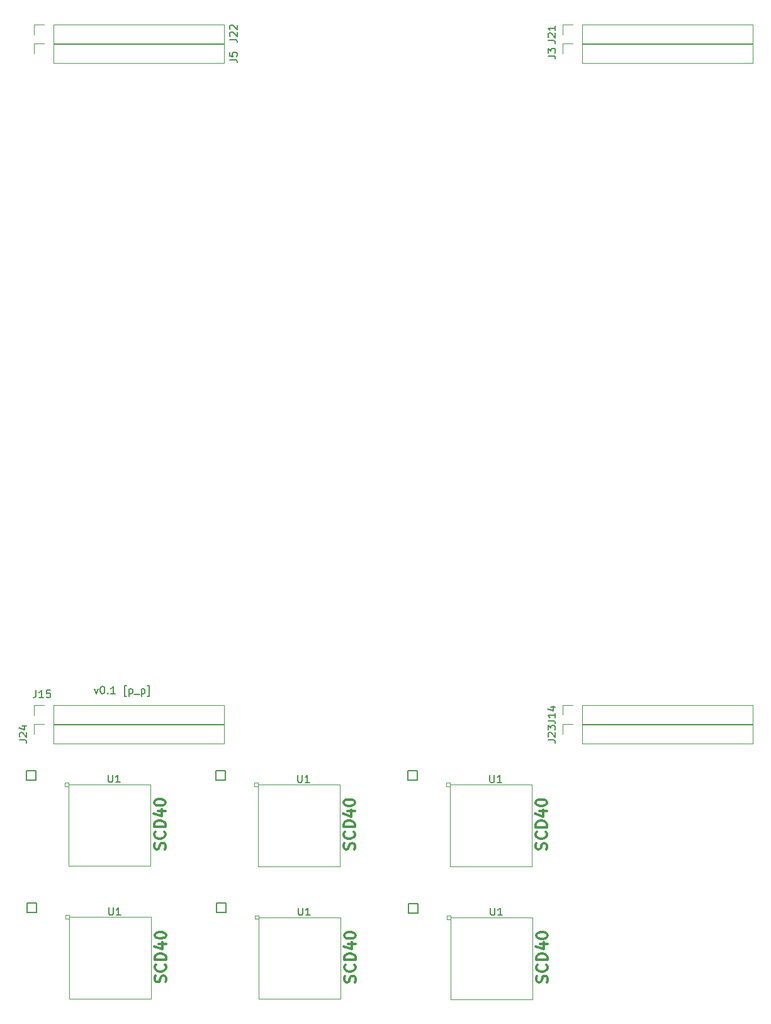
<source format=gbr>
%TF.GenerationSoftware,KiCad,Pcbnew,6.0.7-f9a2dced07~116~ubuntu20.04.1*%
%TF.CreationDate,2022-10-31T15:29:47+01:00*%
%TF.ProjectId,av_citynode_hw,61765f63-6974-4796-9e6f-64655f68772e,rev?*%
%TF.SameCoordinates,Original*%
%TF.FileFunction,Legend,Top*%
%TF.FilePolarity,Positive*%
%FSLAX46Y46*%
G04 Gerber Fmt 4.6, Leading zero omitted, Abs format (unit mm)*
G04 Created by KiCad (PCBNEW 6.0.7-f9a2dced07~116~ubuntu20.04.1) date 2022-10-31 15:29:47*
%MOMM*%
%LPD*%
G01*
G04 APERTURE LIST*
%ADD10C,0.150000*%
%ADD11C,0.300000*%
%ADD12C,0.120000*%
G04 APERTURE END LIST*
D10*
X228338500Y138023500D02*
X229608500Y138023500D01*
X229608500Y138023500D02*
X229608500Y136753500D01*
X229608500Y136753500D02*
X228338500Y136753500D01*
X228338500Y136753500D02*
X228338500Y138023500D01*
X202852000Y138037000D02*
X204122000Y138037000D01*
X204122000Y138037000D02*
X204122000Y136767000D01*
X204122000Y136767000D02*
X202852000Y136767000D01*
X202852000Y136767000D02*
X202852000Y138037000D01*
X228432500Y120174500D02*
X229702500Y120174500D01*
X229702500Y120174500D02*
X229702500Y118904500D01*
X229702500Y118904500D02*
X228432500Y118904500D01*
X228432500Y118904500D02*
X228432500Y120174500D01*
X202946000Y120188000D02*
X204216000Y120188000D01*
X204216000Y120188000D02*
X204216000Y118918000D01*
X204216000Y118918000D02*
X202946000Y118918000D01*
X202946000Y118918000D02*
X202946000Y120188000D01*
X254278500Y120163500D02*
X255548500Y120163500D01*
X255548500Y120163500D02*
X255548500Y118893500D01*
X255548500Y118893500D02*
X254278500Y118893500D01*
X254278500Y118893500D02*
X254278500Y120163500D01*
D11*
X247073642Y109578357D02*
X247145071Y109792642D01*
X247145071Y110149785D01*
X247073642Y110292642D01*
X247002214Y110364071D01*
X246859357Y110435500D01*
X246716500Y110435500D01*
X246573642Y110364071D01*
X246502214Y110292642D01*
X246430785Y110149785D01*
X246359357Y109864071D01*
X246287928Y109721214D01*
X246216500Y109649785D01*
X246073642Y109578357D01*
X245930785Y109578357D01*
X245787928Y109649785D01*
X245716500Y109721214D01*
X245645071Y109864071D01*
X245645071Y110221214D01*
X245716500Y110435500D01*
X247002214Y111935500D02*
X247073642Y111864071D01*
X247145071Y111649785D01*
X247145071Y111506928D01*
X247073642Y111292642D01*
X246930785Y111149785D01*
X246787928Y111078357D01*
X246502214Y111006928D01*
X246287928Y111006928D01*
X246002214Y111078357D01*
X245859357Y111149785D01*
X245716500Y111292642D01*
X245645071Y111506928D01*
X245645071Y111649785D01*
X245716500Y111864071D01*
X245787928Y111935500D01*
X247145071Y112578357D02*
X245645071Y112578357D01*
X245645071Y112935500D01*
X245716500Y113149785D01*
X245859357Y113292642D01*
X246002214Y113364071D01*
X246287928Y113435500D01*
X246502214Y113435500D01*
X246787928Y113364071D01*
X246930785Y113292642D01*
X247073642Y113149785D01*
X247145071Y112935500D01*
X247145071Y112578357D01*
X246145071Y114721214D02*
X247145071Y114721214D01*
X245573642Y114364071D02*
X246645071Y114006928D01*
X246645071Y114935500D01*
X245645071Y115792642D02*
X245645071Y115935500D01*
X245716500Y116078357D01*
X245787928Y116149785D01*
X245930785Y116221214D01*
X246216500Y116292642D01*
X246573642Y116292642D01*
X246859357Y116221214D01*
X247002214Y116149785D01*
X247073642Y116078357D01*
X247145071Y115935500D01*
X247145071Y115792642D01*
X247073642Y115649785D01*
X247002214Y115578357D01*
X246859357Y115506928D01*
X246573642Y115435500D01*
X246216500Y115435500D01*
X245930785Y115506928D01*
X245787928Y115578357D01*
X245716500Y115649785D01*
X245645071Y115792642D01*
X221493142Y127440857D02*
X221564571Y127655142D01*
X221564571Y128012285D01*
X221493142Y128155142D01*
X221421714Y128226571D01*
X221278857Y128298000D01*
X221136000Y128298000D01*
X220993142Y128226571D01*
X220921714Y128155142D01*
X220850285Y128012285D01*
X220778857Y127726571D01*
X220707428Y127583714D01*
X220636000Y127512285D01*
X220493142Y127440857D01*
X220350285Y127440857D01*
X220207428Y127512285D01*
X220136000Y127583714D01*
X220064571Y127726571D01*
X220064571Y128083714D01*
X220136000Y128298000D01*
X221421714Y129798000D02*
X221493142Y129726571D01*
X221564571Y129512285D01*
X221564571Y129369428D01*
X221493142Y129155142D01*
X221350285Y129012285D01*
X221207428Y128940857D01*
X220921714Y128869428D01*
X220707428Y128869428D01*
X220421714Y128940857D01*
X220278857Y129012285D01*
X220136000Y129155142D01*
X220064571Y129369428D01*
X220064571Y129512285D01*
X220136000Y129726571D01*
X220207428Y129798000D01*
X221564571Y130440857D02*
X220064571Y130440857D01*
X220064571Y130798000D01*
X220136000Y131012285D01*
X220278857Y131155142D01*
X220421714Y131226571D01*
X220707428Y131298000D01*
X220921714Y131298000D01*
X221207428Y131226571D01*
X221350285Y131155142D01*
X221493142Y131012285D01*
X221564571Y130798000D01*
X221564571Y130440857D01*
X220564571Y132583714D02*
X221564571Y132583714D01*
X219993142Y132226571D02*
X221064571Y131869428D01*
X221064571Y132798000D01*
X220064571Y133655142D02*
X220064571Y133798000D01*
X220136000Y133940857D01*
X220207428Y134012285D01*
X220350285Y134083714D01*
X220636000Y134155142D01*
X220993142Y134155142D01*
X221278857Y134083714D01*
X221421714Y134012285D01*
X221493142Y133940857D01*
X221564571Y133798000D01*
X221564571Y133655142D01*
X221493142Y133512285D01*
X221421714Y133440857D01*
X221278857Y133369428D01*
X220993142Y133298000D01*
X220636000Y133298000D01*
X220350285Y133369428D01*
X220207428Y133440857D01*
X220136000Y133512285D01*
X220064571Y133655142D01*
X221587142Y109591857D02*
X221658571Y109806142D01*
X221658571Y110163285D01*
X221587142Y110306142D01*
X221515714Y110377571D01*
X221372857Y110449000D01*
X221230000Y110449000D01*
X221087142Y110377571D01*
X221015714Y110306142D01*
X220944285Y110163285D01*
X220872857Y109877571D01*
X220801428Y109734714D01*
X220730000Y109663285D01*
X220587142Y109591857D01*
X220444285Y109591857D01*
X220301428Y109663285D01*
X220230000Y109734714D01*
X220158571Y109877571D01*
X220158571Y110234714D01*
X220230000Y110449000D01*
X221515714Y111949000D02*
X221587142Y111877571D01*
X221658571Y111663285D01*
X221658571Y111520428D01*
X221587142Y111306142D01*
X221444285Y111163285D01*
X221301428Y111091857D01*
X221015714Y111020428D01*
X220801428Y111020428D01*
X220515714Y111091857D01*
X220372857Y111163285D01*
X220230000Y111306142D01*
X220158571Y111520428D01*
X220158571Y111663285D01*
X220230000Y111877571D01*
X220301428Y111949000D01*
X221658571Y112591857D02*
X220158571Y112591857D01*
X220158571Y112949000D01*
X220230000Y113163285D01*
X220372857Y113306142D01*
X220515714Y113377571D01*
X220801428Y113449000D01*
X221015714Y113449000D01*
X221301428Y113377571D01*
X221444285Y113306142D01*
X221587142Y113163285D01*
X221658571Y112949000D01*
X221658571Y112591857D01*
X220658571Y114734714D02*
X221658571Y114734714D01*
X220087142Y114377571D02*
X221158571Y114020428D01*
X221158571Y114949000D01*
X220158571Y115806142D02*
X220158571Y115949000D01*
X220230000Y116091857D01*
X220301428Y116163285D01*
X220444285Y116234714D01*
X220730000Y116306142D01*
X221087142Y116306142D01*
X221372857Y116234714D01*
X221515714Y116163285D01*
X221587142Y116091857D01*
X221658571Y115949000D01*
X221658571Y115806142D01*
X221587142Y115663285D01*
X221515714Y115591857D01*
X221372857Y115520428D01*
X221087142Y115449000D01*
X220730000Y115449000D01*
X220444285Y115520428D01*
X220301428Y115591857D01*
X220230000Y115663285D01*
X220158571Y115806142D01*
X272919642Y109567357D02*
X272991071Y109781642D01*
X272991071Y110138785D01*
X272919642Y110281642D01*
X272848214Y110353071D01*
X272705357Y110424500D01*
X272562500Y110424500D01*
X272419642Y110353071D01*
X272348214Y110281642D01*
X272276785Y110138785D01*
X272205357Y109853071D01*
X272133928Y109710214D01*
X272062500Y109638785D01*
X271919642Y109567357D01*
X271776785Y109567357D01*
X271633928Y109638785D01*
X271562500Y109710214D01*
X271491071Y109853071D01*
X271491071Y110210214D01*
X271562500Y110424500D01*
X272848214Y111924500D02*
X272919642Y111853071D01*
X272991071Y111638785D01*
X272991071Y111495928D01*
X272919642Y111281642D01*
X272776785Y111138785D01*
X272633928Y111067357D01*
X272348214Y110995928D01*
X272133928Y110995928D01*
X271848214Y111067357D01*
X271705357Y111138785D01*
X271562500Y111281642D01*
X271491071Y111495928D01*
X271491071Y111638785D01*
X271562500Y111853071D01*
X271633928Y111924500D01*
X272991071Y112567357D02*
X271491071Y112567357D01*
X271491071Y112924500D01*
X271562500Y113138785D01*
X271705357Y113281642D01*
X271848214Y113353071D01*
X272133928Y113424500D01*
X272348214Y113424500D01*
X272633928Y113353071D01*
X272776785Y113281642D01*
X272919642Y113138785D01*
X272991071Y112924500D01*
X272991071Y112567357D01*
X271991071Y114710214D02*
X272991071Y114710214D01*
X271419642Y114353071D02*
X272491071Y113995928D01*
X272491071Y114924500D01*
X271491071Y115781642D02*
X271491071Y115924500D01*
X271562500Y116067357D01*
X271633928Y116138785D01*
X271776785Y116210214D01*
X272062500Y116281642D01*
X272419642Y116281642D01*
X272705357Y116210214D01*
X272848214Y116138785D01*
X272919642Y116067357D01*
X272991071Y115924500D01*
X272991071Y115781642D01*
X272919642Y115638785D01*
X272848214Y115567357D01*
X272705357Y115495928D01*
X272419642Y115424500D01*
X272062500Y115424500D01*
X271776785Y115495928D01*
X271633928Y115567357D01*
X271562500Y115638785D01*
X271491071Y115781642D01*
X246979642Y127427357D02*
X247051071Y127641642D01*
X247051071Y127998785D01*
X246979642Y128141642D01*
X246908214Y128213071D01*
X246765357Y128284500D01*
X246622500Y128284500D01*
X246479642Y128213071D01*
X246408214Y128141642D01*
X246336785Y127998785D01*
X246265357Y127713071D01*
X246193928Y127570214D01*
X246122500Y127498785D01*
X245979642Y127427357D01*
X245836785Y127427357D01*
X245693928Y127498785D01*
X245622500Y127570214D01*
X245551071Y127713071D01*
X245551071Y128070214D01*
X245622500Y128284500D01*
X246908214Y129784500D02*
X246979642Y129713071D01*
X247051071Y129498785D01*
X247051071Y129355928D01*
X246979642Y129141642D01*
X246836785Y128998785D01*
X246693928Y128927357D01*
X246408214Y128855928D01*
X246193928Y128855928D01*
X245908214Y128927357D01*
X245765357Y128998785D01*
X245622500Y129141642D01*
X245551071Y129355928D01*
X245551071Y129498785D01*
X245622500Y129713071D01*
X245693928Y129784500D01*
X247051071Y130427357D02*
X245551071Y130427357D01*
X245551071Y130784500D01*
X245622500Y130998785D01*
X245765357Y131141642D01*
X245908214Y131213071D01*
X246193928Y131284500D01*
X246408214Y131284500D01*
X246693928Y131213071D01*
X246836785Y131141642D01*
X246979642Y130998785D01*
X247051071Y130784500D01*
X247051071Y130427357D01*
X246051071Y132570214D02*
X247051071Y132570214D01*
X245479642Y132213071D02*
X246551071Y131855928D01*
X246551071Y132784500D01*
X245551071Y133641642D02*
X245551071Y133784500D01*
X245622500Y133927357D01*
X245693928Y133998785D01*
X245836785Y134070214D01*
X246122500Y134141642D01*
X246479642Y134141642D01*
X246765357Y134070214D01*
X246908214Y133998785D01*
X246979642Y133927357D01*
X247051071Y133784500D01*
X247051071Y133641642D01*
X246979642Y133498785D01*
X246908214Y133427357D01*
X246765357Y133355928D01*
X246479642Y133284500D01*
X246122500Y133284500D01*
X245836785Y133355928D01*
X245693928Y133427357D01*
X245622500Y133498785D01*
X245551071Y133641642D01*
X272825642Y127416357D02*
X272897071Y127630642D01*
X272897071Y127987785D01*
X272825642Y128130642D01*
X272754214Y128202071D01*
X272611357Y128273500D01*
X272468500Y128273500D01*
X272325642Y128202071D01*
X272254214Y128130642D01*
X272182785Y127987785D01*
X272111357Y127702071D01*
X272039928Y127559214D01*
X271968500Y127487785D01*
X271825642Y127416357D01*
X271682785Y127416357D01*
X271539928Y127487785D01*
X271468500Y127559214D01*
X271397071Y127702071D01*
X271397071Y128059214D01*
X271468500Y128273500D01*
X272754214Y129773500D02*
X272825642Y129702071D01*
X272897071Y129487785D01*
X272897071Y129344928D01*
X272825642Y129130642D01*
X272682785Y128987785D01*
X272539928Y128916357D01*
X272254214Y128844928D01*
X272039928Y128844928D01*
X271754214Y128916357D01*
X271611357Y128987785D01*
X271468500Y129130642D01*
X271397071Y129344928D01*
X271397071Y129487785D01*
X271468500Y129702071D01*
X271539928Y129773500D01*
X272897071Y130416357D02*
X271397071Y130416357D01*
X271397071Y130773500D01*
X271468500Y130987785D01*
X271611357Y131130642D01*
X271754214Y131202071D01*
X272039928Y131273500D01*
X272254214Y131273500D01*
X272539928Y131202071D01*
X272682785Y131130642D01*
X272825642Y130987785D01*
X272897071Y130773500D01*
X272897071Y130416357D01*
X271897071Y132559214D02*
X272897071Y132559214D01*
X271325642Y132202071D02*
X272397071Y131844928D01*
X272397071Y132773500D01*
X271397071Y133630642D02*
X271397071Y133773500D01*
X271468500Y133916357D01*
X271539928Y133987785D01*
X271682785Y134059214D01*
X271968500Y134130642D01*
X272325642Y134130642D01*
X272611357Y134059214D01*
X272754214Y133987785D01*
X272825642Y133916357D01*
X272897071Y133773500D01*
X272897071Y133630642D01*
X272825642Y133487785D01*
X272754214Y133416357D01*
X272611357Y133344928D01*
X272325642Y133273500D01*
X271968500Y133273500D01*
X271682785Y133344928D01*
X271539928Y133416357D01*
X271468500Y133487785D01*
X271397071Y133630642D01*
D10*
X254184500Y138012500D02*
X255454500Y138012500D01*
X255454500Y138012500D02*
X255454500Y136742500D01*
X255454500Y136742500D02*
X254184500Y136742500D01*
X254184500Y136742500D02*
X254184500Y138012500D01*
%TO.C,U1*%
X213901095Y137441619D02*
X213901095Y136632095D01*
X213948714Y136536857D01*
X213996333Y136489238D01*
X214091571Y136441619D01*
X214282047Y136441619D01*
X214377285Y136489238D01*
X214424904Y136536857D01*
X214472523Y136632095D01*
X214472523Y137441619D01*
X215472523Y136441619D02*
X214901095Y136441619D01*
X215186809Y136441619D02*
X215186809Y137441619D01*
X215091571Y137298761D01*
X214996333Y137203523D01*
X214901095Y137155904D01*
X239481595Y119579119D02*
X239481595Y118769595D01*
X239529214Y118674357D01*
X239576833Y118626738D01*
X239672071Y118579119D01*
X239862547Y118579119D01*
X239957785Y118626738D01*
X240005404Y118674357D01*
X240053023Y118769595D01*
X240053023Y119579119D01*
X241053023Y118579119D02*
X240481595Y118579119D01*
X240767309Y118579119D02*
X240767309Y119579119D01*
X240672071Y119436261D01*
X240576833Y119341023D01*
X240481595Y119293404D01*
X213995095Y119592619D02*
X213995095Y118783095D01*
X214042714Y118687857D01*
X214090333Y118640238D01*
X214185571Y118592619D01*
X214376047Y118592619D01*
X214471285Y118640238D01*
X214518904Y118687857D01*
X214566523Y118783095D01*
X214566523Y119592619D01*
X215566523Y118592619D02*
X214995095Y118592619D01*
X215280809Y118592619D02*
X215280809Y119592619D01*
X215185571Y119449761D01*
X215090333Y119354523D01*
X214995095Y119306904D01*
%TO.C,J3*%
X273046380Y234042666D02*
X273760666Y234042666D01*
X273903523Y233995047D01*
X273998761Y233899809D01*
X274046380Y233756952D01*
X274046380Y233661714D01*
X273046380Y234423619D02*
X273046380Y235042666D01*
X273427333Y234709333D01*
X273427333Y234852190D01*
X273474952Y234947428D01*
X273522571Y234995047D01*
X273617809Y235042666D01*
X273855904Y235042666D01*
X273951142Y234995047D01*
X273998761Y234947428D01*
X274046380Y234852190D01*
X274046380Y234566476D01*
X273998761Y234471238D01*
X273951142Y234423619D01*
%TO.C,J22*%
X230223380Y236233476D02*
X230937666Y236233476D01*
X231080523Y236185857D01*
X231175761Y236090619D01*
X231223380Y235947761D01*
X231223380Y235852523D01*
X230318619Y236662047D02*
X230271000Y236709666D01*
X230223380Y236804904D01*
X230223380Y237043000D01*
X230271000Y237138238D01*
X230318619Y237185857D01*
X230413857Y237233476D01*
X230509095Y237233476D01*
X230651952Y237185857D01*
X231223380Y236614428D01*
X231223380Y237233476D01*
X230318619Y237614428D02*
X230271000Y237662047D01*
X230223380Y237757285D01*
X230223380Y237995380D01*
X230271000Y238090619D01*
X230318619Y238138238D01*
X230413857Y238185857D01*
X230509095Y238185857D01*
X230651952Y238138238D01*
X231223380Y237566809D01*
X231223380Y238185857D01*
%TO.C,U1*%
X265233595Y137417119D02*
X265233595Y136607595D01*
X265281214Y136512357D01*
X265328833Y136464738D01*
X265424071Y136417119D01*
X265614547Y136417119D01*
X265709785Y136464738D01*
X265757404Y136512357D01*
X265805023Y136607595D01*
X265805023Y137417119D01*
X266805023Y136417119D02*
X266233595Y136417119D01*
X266519309Y136417119D02*
X266519309Y137417119D01*
X266424071Y137274261D01*
X266328833Y137179023D01*
X266233595Y137131404D01*
%TO.C,J24*%
X201926380Y142126476D02*
X202640666Y142126476D01*
X202783523Y142078857D01*
X202878761Y141983619D01*
X202926380Y141840761D01*
X202926380Y141745523D01*
X202021619Y142555047D02*
X201974000Y142602666D01*
X201926380Y142697904D01*
X201926380Y142936000D01*
X201974000Y143031238D01*
X202021619Y143078857D01*
X202116857Y143126476D01*
X202212095Y143126476D01*
X202354952Y143078857D01*
X202926380Y142507428D01*
X202926380Y143126476D01*
X202259714Y143983619D02*
X202926380Y143983619D01*
X201878761Y143745523D02*
X202593047Y143507428D01*
X202593047Y144126476D01*
%TO.C,U1*%
X239387595Y137428119D02*
X239387595Y136618595D01*
X239435214Y136523357D01*
X239482833Y136475738D01*
X239578071Y136428119D01*
X239768547Y136428119D01*
X239863785Y136475738D01*
X239911404Y136523357D01*
X239959023Y136618595D01*
X239959023Y137428119D01*
X240959023Y136428119D02*
X240387595Y136428119D01*
X240673309Y136428119D02*
X240673309Y137428119D01*
X240578071Y137285261D01*
X240482833Y137190023D01*
X240387595Y137142404D01*
%TO.C,J21*%
X273046380Y236106476D02*
X273760666Y236106476D01*
X273903523Y236058857D01*
X273998761Y235963619D01*
X274046380Y235820761D01*
X274046380Y235725523D01*
X273141619Y236535047D02*
X273094000Y236582666D01*
X273046380Y236677904D01*
X273046380Y236916000D01*
X273094000Y237011238D01*
X273141619Y237058857D01*
X273236857Y237106476D01*
X273332095Y237106476D01*
X273474952Y237058857D01*
X274046380Y236487428D01*
X274046380Y237106476D01*
X274046380Y238058857D02*
X274046380Y237487428D01*
X274046380Y237773142D02*
X273046380Y237773142D01*
X273189238Y237677904D01*
X273284476Y237582666D01*
X273332095Y237487428D01*
%TO.C,J23*%
X273046380Y142126476D02*
X273760666Y142126476D01*
X273903523Y142078857D01*
X273998761Y141983619D01*
X274046380Y141840761D01*
X274046380Y141745523D01*
X273141619Y142555047D02*
X273094000Y142602666D01*
X273046380Y142697904D01*
X273046380Y142936000D01*
X273094000Y143031238D01*
X273141619Y143078857D01*
X273236857Y143126476D01*
X273332095Y143126476D01*
X273474952Y143078857D01*
X274046380Y142507428D01*
X274046380Y143126476D01*
X273046380Y143459809D02*
X273046380Y144078857D01*
X273427333Y143745523D01*
X273427333Y143888380D01*
X273474952Y143983619D01*
X273522571Y144031238D01*
X273617809Y144078857D01*
X273855904Y144078857D01*
X273951142Y144031238D01*
X273998761Y143983619D01*
X274046380Y143888380D01*
X274046380Y143602666D01*
X273998761Y143507428D01*
X273951142Y143459809D01*
%TO.C,U18*%
X212023095Y148992285D02*
X212261190Y148325619D01*
X212499285Y148992285D01*
X213070714Y149325619D02*
X213165952Y149325619D01*
X213261190Y149278000D01*
X213308809Y149230380D01*
X213356428Y149135142D01*
X213404047Y148944666D01*
X213404047Y148706571D01*
X213356428Y148516095D01*
X213308809Y148420857D01*
X213261190Y148373238D01*
X213165952Y148325619D01*
X213070714Y148325619D01*
X212975476Y148373238D01*
X212927857Y148420857D01*
X212880238Y148516095D01*
X212832619Y148706571D01*
X212832619Y148944666D01*
X212880238Y149135142D01*
X212927857Y149230380D01*
X212975476Y149278000D01*
X213070714Y149325619D01*
X213832619Y148420857D02*
X213880238Y148373238D01*
X213832619Y148325619D01*
X213785000Y148373238D01*
X213832619Y148420857D01*
X213832619Y148325619D01*
X214832619Y148325619D02*
X214261190Y148325619D01*
X214546904Y148325619D02*
X214546904Y149325619D01*
X214451666Y149182761D01*
X214356428Y149087523D01*
X214261190Y149039904D01*
X216308809Y147992285D02*
X216070714Y147992285D01*
X216070714Y149420857D01*
X216308809Y149420857D01*
X216689761Y148992285D02*
X216689761Y147992285D01*
X216689761Y148944666D02*
X216785000Y148992285D01*
X216975476Y148992285D01*
X217070714Y148944666D01*
X217118333Y148897047D01*
X217165952Y148801809D01*
X217165952Y148516095D01*
X217118333Y148420857D01*
X217070714Y148373238D01*
X216975476Y148325619D01*
X216785000Y148325619D01*
X216689761Y148373238D01*
X217356428Y148230380D02*
X218118333Y148230380D01*
X218356428Y148992285D02*
X218356428Y147992285D01*
X218356428Y148944666D02*
X218451666Y148992285D01*
X218642142Y148992285D01*
X218737380Y148944666D01*
X218785000Y148897047D01*
X218832619Y148801809D01*
X218832619Y148516095D01*
X218785000Y148420857D01*
X218737380Y148373238D01*
X218642142Y148325619D01*
X218451666Y148325619D01*
X218356428Y148373238D01*
X219165952Y147992285D02*
X219404047Y147992285D01*
X219404047Y149420857D01*
X219165952Y149420857D01*
%TO.C,J14*%
X273046380Y144691476D02*
X273760666Y144691476D01*
X273903523Y144643857D01*
X273998761Y144548619D01*
X274046380Y144405761D01*
X274046380Y144310523D01*
X274046380Y145691476D02*
X274046380Y145120047D01*
X274046380Y145405761D02*
X273046380Y145405761D01*
X273189238Y145310523D01*
X273284476Y145215285D01*
X273332095Y145120047D01*
X273379714Y146548619D02*
X274046380Y146548619D01*
X272998761Y146310523D02*
X273713047Y146072428D01*
X273713047Y146691476D01*
%TO.C,J5*%
X230223380Y233534666D02*
X230937666Y233534666D01*
X231080523Y233487047D01*
X231175761Y233391809D01*
X231223380Y233248952D01*
X231223380Y233153714D01*
X230223380Y234487047D02*
X230223380Y234010857D01*
X230699571Y233963238D01*
X230651952Y234010857D01*
X230604333Y234106095D01*
X230604333Y234344190D01*
X230651952Y234439428D01*
X230699571Y234487047D01*
X230794809Y234534666D01*
X231032904Y234534666D01*
X231128142Y234487047D01*
X231175761Y234439428D01*
X231223380Y234344190D01*
X231223380Y234106095D01*
X231175761Y234010857D01*
X231128142Y233963238D01*
%TO.C,U1*%
X265327595Y119568119D02*
X265327595Y118758595D01*
X265375214Y118663357D01*
X265422833Y118615738D01*
X265518071Y118568119D01*
X265708547Y118568119D01*
X265803785Y118615738D01*
X265851404Y118663357D01*
X265899023Y118758595D01*
X265899023Y119568119D01*
X266899023Y118568119D02*
X266327595Y118568119D01*
X266613309Y118568119D02*
X266613309Y119568119D01*
X266518071Y119425261D01*
X266422833Y119330023D01*
X266327595Y119282404D01*
%TO.C,J15*%
X204180476Y148817619D02*
X204180476Y148103333D01*
X204132857Y147960476D01*
X204037619Y147865238D01*
X203894761Y147817619D01*
X203799523Y147817619D01*
X205180476Y147817619D02*
X204609047Y147817619D01*
X204894761Y147817619D02*
X204894761Y148817619D01*
X204799523Y148674761D01*
X204704285Y148579523D01*
X204609047Y148531904D01*
X206085238Y148817619D02*
X205609047Y148817619D01*
X205561428Y148341428D01*
X205609047Y148389047D01*
X205704285Y148436666D01*
X205942380Y148436666D01*
X206037619Y148389047D01*
X206085238Y148341428D01*
X206132857Y148246190D01*
X206132857Y148008095D01*
X206085238Y147912857D01*
X206037619Y147865238D01*
X205942380Y147817619D01*
X205704285Y147817619D01*
X205609047Y147865238D01*
X205561428Y147912857D01*
D12*
%TO.C,U1*%
X208028000Y135921000D02*
X208028000Y136421000D01*
X208028000Y136421000D02*
X208528000Y136421000D01*
X208528000Y135921000D02*
X208028000Y135921000D01*
X208528000Y136421000D02*
X208528000Y135921000D01*
X208528000Y136171000D02*
X219528000Y136171000D01*
X219528000Y136171000D02*
X219528000Y125171000D01*
X219528000Y125171000D02*
X208528000Y125171000D01*
X208528000Y125171000D02*
X208528000Y136171000D01*
X233608500Y118058500D02*
X233608500Y118558500D01*
X233608500Y118558500D02*
X234108500Y118558500D01*
X234108500Y118058500D02*
X233608500Y118058500D01*
X234108500Y118558500D02*
X234108500Y118058500D01*
X234108500Y118308500D02*
X245108500Y118308500D01*
X245108500Y118308500D02*
X245108500Y107308500D01*
X245108500Y107308500D02*
X234108500Y107308500D01*
X234108500Y107308500D02*
X234108500Y118308500D01*
X208122000Y118072000D02*
X208122000Y118572000D01*
X208122000Y118572000D02*
X208622000Y118572000D01*
X208622000Y118072000D02*
X208122000Y118072000D01*
X208622000Y118572000D02*
X208622000Y118072000D01*
X208622000Y118322000D02*
X219622000Y118322000D01*
X219622000Y118322000D02*
X219622000Y107322000D01*
X219622000Y107322000D02*
X208622000Y107322000D01*
X208622000Y107322000D02*
X208622000Y118322000D01*
%TO.C,J3*%
X300554000Y233046000D02*
X300554000Y235706000D01*
X277634000Y233046000D02*
X277634000Y235706000D01*
X277634000Y233046000D02*
X300554000Y233046000D01*
X275034000Y235706000D02*
X276364000Y235706000D01*
X277634000Y235706000D02*
X300554000Y235706000D01*
X275034000Y234376000D02*
X275034000Y235706000D01*
%TO.C,J22*%
X203914000Y236916000D02*
X203914000Y238246000D01*
X203914000Y238246000D02*
X205244000Y238246000D01*
X206514000Y235586000D02*
X229434000Y235586000D01*
X229434000Y235586000D02*
X229434000Y238246000D01*
X206514000Y235586000D02*
X206514000Y238246000D01*
X206514000Y238246000D02*
X229434000Y238246000D01*
%TO.C,U1*%
X259360500Y135896500D02*
X259360500Y136396500D01*
X259360500Y136396500D02*
X259860500Y136396500D01*
X259860500Y135896500D02*
X259360500Y135896500D01*
X259860500Y136396500D02*
X259860500Y135896500D01*
X259860500Y136146500D02*
X270860500Y136146500D01*
X270860500Y136146500D02*
X270860500Y125146500D01*
X270860500Y125146500D02*
X259860500Y125146500D01*
X259860500Y125146500D02*
X259860500Y136146500D01*
%TO.C,J24*%
X229434000Y141606000D02*
X229434000Y144266000D01*
X206514000Y141606000D02*
X206514000Y144266000D01*
X206514000Y141606000D02*
X229434000Y141606000D01*
X203914000Y142936000D02*
X203914000Y144266000D01*
X206514000Y144266000D02*
X229434000Y144266000D01*
X203914000Y144266000D02*
X205244000Y144266000D01*
%TO.C,U1*%
X233514500Y135907500D02*
X233514500Y136407500D01*
X233514500Y136407500D02*
X234014500Y136407500D01*
X234014500Y135907500D02*
X233514500Y135907500D01*
X234014500Y136407500D02*
X234014500Y135907500D01*
X234014500Y136157500D02*
X245014500Y136157500D01*
X245014500Y136157500D02*
X245014500Y125157500D01*
X245014500Y125157500D02*
X234014500Y125157500D01*
X234014500Y125157500D02*
X234014500Y136157500D01*
%TO.C,J21*%
X277634000Y235586000D02*
X300554000Y235586000D01*
X277634000Y235586000D02*
X277634000Y238246000D01*
X275034000Y238246000D02*
X276364000Y238246000D01*
X277634000Y238246000D02*
X300554000Y238246000D01*
X300554000Y235586000D02*
X300554000Y238246000D01*
X275034000Y236916000D02*
X275034000Y238246000D01*
%TO.C,J23*%
X277634000Y141606000D02*
X277634000Y144266000D01*
X275034000Y144266000D02*
X276364000Y144266000D01*
X300554000Y141606000D02*
X300554000Y144266000D01*
X277634000Y144266000D02*
X300554000Y144266000D01*
X277634000Y141606000D02*
X300554000Y141606000D01*
X275034000Y142936000D02*
X275034000Y144266000D01*
%TO.C,J14*%
X300554000Y144171000D02*
X300554000Y146831000D01*
X277634000Y144171000D02*
X300554000Y144171000D01*
X275034000Y146831000D02*
X276364000Y146831000D01*
X277634000Y144171000D02*
X277634000Y146831000D01*
X275034000Y145501000D02*
X275034000Y146831000D01*
X277634000Y146831000D02*
X300554000Y146831000D01*
%TO.C,J5*%
X206514000Y233046000D02*
X229434000Y233046000D01*
X203914000Y235706000D02*
X205244000Y235706000D01*
X206514000Y233046000D02*
X206514000Y235706000D01*
X206514000Y235706000D02*
X229434000Y235706000D01*
X229434000Y233046000D02*
X229434000Y235706000D01*
X203914000Y234376000D02*
X203914000Y235706000D01*
%TO.C,U1*%
X259454500Y118047500D02*
X259454500Y118547500D01*
X259454500Y118547500D02*
X259954500Y118547500D01*
X259954500Y118047500D02*
X259454500Y118047500D01*
X259954500Y118547500D02*
X259954500Y118047500D01*
X259954500Y118297500D02*
X270954500Y118297500D01*
X270954500Y118297500D02*
X270954500Y107297500D01*
X270954500Y107297500D02*
X259954500Y107297500D01*
X259954500Y107297500D02*
X259954500Y118297500D01*
%TO.C,J15*%
X229434000Y144146000D02*
X229434000Y146806000D01*
X203914000Y146806000D02*
X205244000Y146806000D01*
X203914000Y145476000D02*
X203914000Y146806000D01*
X206514000Y146806000D02*
X229434000Y146806000D01*
X206514000Y144146000D02*
X229434000Y144146000D01*
X206514000Y144146000D02*
X206514000Y146806000D01*
%TD*%
M02*

</source>
